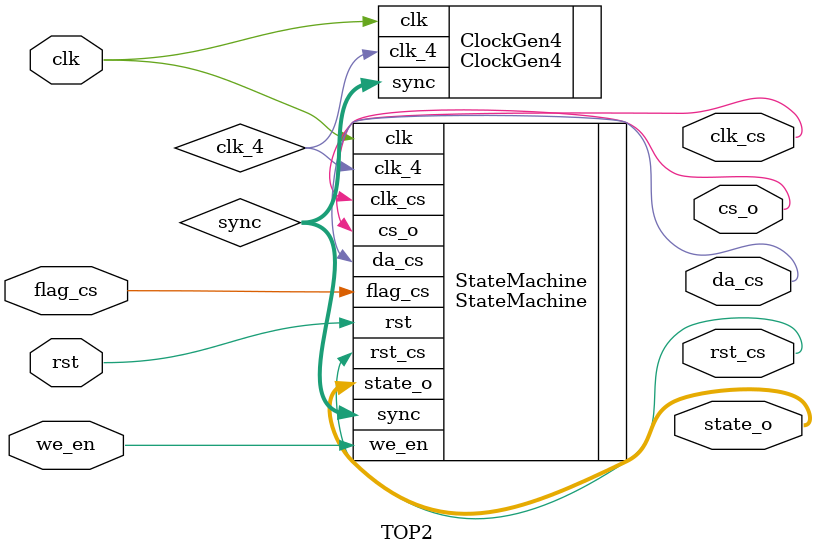
<source format=v>
module TOP2 (
  input rst,
  input clk,
  input flag_cs,
  input we_en,

  output wire [2:0] state_o,
  output wire rst_cs,
  output wire clk_cs,
  output wire cs_o,
  output wire da_cs

  );

  wire clk_4;
  wire [1:0] sync;


ClockGen4 ClockGen4(
  .clk(clk),
  .clk_4(clk_4),
  .sync(sync)
  );

StateMachine StateMachine(
  .clk(clk),
  .rst(rst),
  .clk_4(clk_4),
  .flag_cs(flag_cs),
  .we_en(we_en),
  .sync(sync),

  .state_o(state_o),
  .rst_cs(rst_cs),
  .clk_cs(clk_cs),
  .cs_o(cs_o),
  .da_cs(da_cs)
  
  );

endmodule // TOP2

</source>
